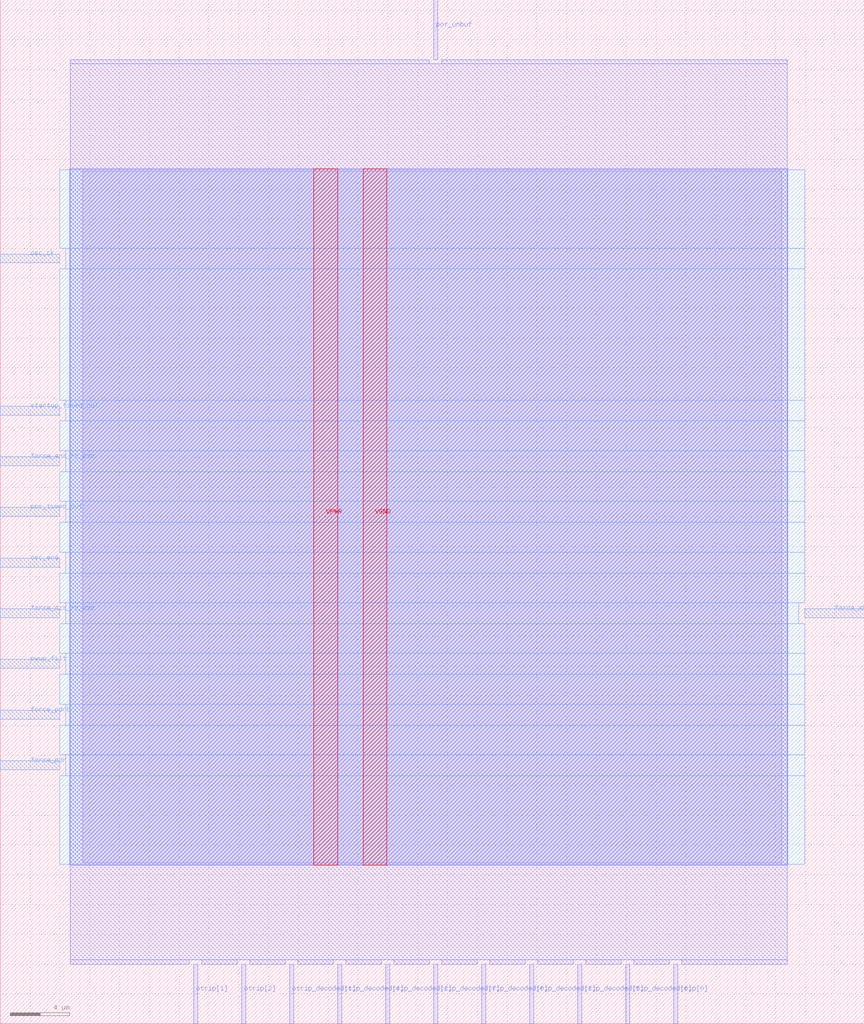
<source format=lef>
VERSION 5.7 ;
  NOWIREEXTENSIONATPIN ON ;
  DIVIDERCHAR "/" ;
  BUSBITCHARS "[]" ;
MACRO por_dig
  CLASS BLOCK ;
  FOREIGN por_dig ;
  ORIGIN 0.000 0.000 ;
  SIZE 57.965 BY 68.685 ;
  PIN VGND
    DIRECTION INOUT ;
    USE GROUND ;
    PORT
      LAYER met4 ;
        RECT 24.340 10.640 25.940 57.360 ;
    END
  END VGND
  PIN VPWR
    DIRECTION INOUT ;
    USE POWER ;
    PORT
      LAYER met4 ;
        RECT 21.040 10.640 22.640 57.360 ;
    END
  END VPWR
  PIN force_dis_rc_osc
    DIRECTION INPUT ;
    USE SIGNAL ;
    ANTENNAGATEAREA 0.196500 ;
    PORT
      LAYER met3 ;
        RECT 0.000 27.240 4.000 27.840 ;
    END
  END force_dis_rc_osc
  PIN force_ena_rc_osc
    DIRECTION INPUT ;
    USE SIGNAL ;
    ANTENNAGATEAREA 0.196500 ;
    PORT
      LAYER met3 ;
        RECT 0.000 37.440 4.000 38.040 ;
    END
  END force_ena_rc_osc
  PIN force_pdn
    DIRECTION INPUT ;
    USE SIGNAL ;
    ANTENNAGATEAREA 0.196500 ;
    PORT
      LAYER met3 ;
        RECT 0.000 17.040 4.000 17.640 ;
    END
  END force_pdn
  PIN force_pdnb
    DIRECTION OUTPUT ;
    USE SIGNAL ;
    ANTENNADIFFAREA 0.445500 ;
    PORT
      LAYER met3 ;
        RECT 0.000 20.440 4.000 21.040 ;
    END
  END force_pdnb
  PIN force_short_oneshot
    DIRECTION INPUT ;
    USE SIGNAL ;
    ANTENNAGATEAREA 0.196500 ;
    PORT
      LAYER met3 ;
        RECT 53.965 27.240 57.965 27.840 ;
    END
  END force_short_oneshot
  PIN osc_ck
    DIRECTION INPUT ;
    USE SIGNAL ;
    ANTENNAGATEAREA 0.852000 ;
    PORT
      LAYER met3 ;
        RECT 0.000 51.040 4.000 51.640 ;
    END
  END osc_ck
  PIN osc_ena
    DIRECTION OUTPUT ;
    USE SIGNAL ;
    ANTENNADIFFAREA 0.445500 ;
    PORT
      LAYER met3 ;
        RECT 0.000 30.640 4.000 31.240 ;
    END
  END osc_ena
  PIN otrip[0]
    DIRECTION INPUT ;
    USE SIGNAL ;
    ANTENNAGATEAREA 0.126000 ;
    PORT
      LAYER met2 ;
        RECT 45.170 0.000 45.450 4.000 ;
    END
  END otrip[0]
  PIN otrip[1]
    DIRECTION INPUT ;
    USE SIGNAL ;
    ANTENNAGATEAREA 0.126000 ;
    PORT
      LAYER met2 ;
        RECT 12.970 0.000 13.250 4.000 ;
    END
  END otrip[1]
  PIN otrip[2]
    DIRECTION INPUT ;
    USE SIGNAL ;
    ANTENNAGATEAREA 0.126000 ;
    PORT
      LAYER met2 ;
        RECT 16.190 0.000 16.470 4.000 ;
    END
  END otrip[2]
  PIN otrip_decoded[0]
    DIRECTION OUTPUT ;
    USE SIGNAL ;
    ANTENNADIFFAREA 0.445500 ;
    PORT
      LAYER met2 ;
        RECT 32.290 0.000 32.570 4.000 ;
    END
  END otrip_decoded[0]
  PIN otrip_decoded[1]
    DIRECTION OUTPUT ;
    USE SIGNAL ;
    ANTENNADIFFAREA 0.445500 ;
    PORT
      LAYER met2 ;
        RECT 19.410 0.000 19.690 4.000 ;
    END
  END otrip_decoded[1]
  PIN otrip_decoded[2]
    DIRECTION OUTPUT ;
    USE SIGNAL ;
    ANTENNADIFFAREA 0.445500 ;
    PORT
      LAYER met2 ;
        RECT 25.850 0.000 26.130 4.000 ;
    END
  END otrip_decoded[2]
  PIN otrip_decoded[3]
    DIRECTION OUTPUT ;
    USE SIGNAL ;
    ANTENNADIFFAREA 0.445500 ;
    PORT
      LAYER met2 ;
        RECT 35.510 0.000 35.790 4.000 ;
    END
  END otrip_decoded[3]
  PIN otrip_decoded[4]
    DIRECTION OUTPUT ;
    USE SIGNAL ;
    ANTENNADIFFAREA 0.445500 ;
    PORT
      LAYER met2 ;
        RECT 22.630 0.000 22.910 4.000 ;
    END
  END otrip_decoded[4]
  PIN otrip_decoded[5]
    DIRECTION OUTPUT ;
    USE SIGNAL ;
    ANTENNADIFFAREA 0.445500 ;
    PORT
      LAYER met2 ;
        RECT 38.730 0.000 39.010 4.000 ;
    END
  END otrip_decoded[5]
  PIN otrip_decoded[6]
    DIRECTION OUTPUT ;
    USE SIGNAL ;
    ANTENNADIFFAREA 0.445500 ;
    PORT
      LAYER met2 ;
        RECT 41.950 0.000 42.230 4.000 ;
    END
  END otrip_decoded[6]
  PIN otrip_decoded[7]
    DIRECTION OUTPUT ;
    USE SIGNAL ;
    ANTENNADIFFAREA 0.445500 ;
    PORT
      LAYER met2 ;
        RECT 29.070 0.000 29.350 4.000 ;
    END
  END otrip_decoded[7]
  PIN por_timed_out
    DIRECTION OUTPUT ;
    USE SIGNAL ;
    ANTENNADIFFAREA 0.445500 ;
    PORT
      LAYER met3 ;
        RECT 0.000 34.040 4.000 34.640 ;
    END
  END por_timed_out
  PIN por_unbuf
    DIRECTION OUTPUT ;
    USE SIGNAL ;
    ANTENNADIFFAREA 0.445500 ;
    PORT
      LAYER met2 ;
        RECT 29.070 64.685 29.350 68.685 ;
    END
  END por_unbuf
  PIN pwup_filt
    DIRECTION INPUT ;
    USE SIGNAL ;
    ANTENNAGATEAREA 0.196500 ;
    PORT
      LAYER met3 ;
        RECT 0.000 23.840 4.000 24.440 ;
    END
  END pwup_filt
  PIN startup_timed_out
    DIRECTION OUTPUT ;
    USE SIGNAL ;
    ANTENNADIFFAREA 0.445500 ;
    PORT
      LAYER met3 ;
        RECT 0.000 40.840 4.000 41.440 ;
    END
  END startup_timed_out
  OBS
      LAYER li1 ;
        RECT 5.520 10.795 52.440 57.205 ;
      LAYER met1 ;
        RECT 4.670 10.640 52.830 57.360 ;
      LAYER met2 ;
        RECT 4.690 64.405 28.790 64.685 ;
        RECT 29.630 64.405 52.810 64.685 ;
        RECT 4.690 4.280 52.810 64.405 ;
        RECT 4.690 4.000 12.690 4.280 ;
        RECT 13.530 4.000 15.910 4.280 ;
        RECT 16.750 4.000 19.130 4.280 ;
        RECT 19.970 4.000 22.350 4.280 ;
        RECT 23.190 4.000 25.570 4.280 ;
        RECT 26.410 4.000 28.790 4.280 ;
        RECT 29.630 4.000 32.010 4.280 ;
        RECT 32.850 4.000 35.230 4.280 ;
        RECT 36.070 4.000 38.450 4.280 ;
        RECT 39.290 4.000 41.670 4.280 ;
        RECT 42.510 4.000 44.890 4.280 ;
        RECT 45.730 4.000 52.810 4.280 ;
      LAYER met3 ;
        RECT 3.990 52.040 53.965 57.285 ;
        RECT 4.400 50.640 53.965 52.040 ;
        RECT 3.990 41.840 53.965 50.640 ;
        RECT 4.400 40.440 53.965 41.840 ;
        RECT 3.990 38.440 53.965 40.440 ;
        RECT 4.400 37.040 53.965 38.440 ;
        RECT 3.990 35.040 53.965 37.040 ;
        RECT 4.400 33.640 53.965 35.040 ;
        RECT 3.990 31.640 53.965 33.640 ;
        RECT 4.400 30.240 53.965 31.640 ;
        RECT 3.990 28.240 53.965 30.240 ;
        RECT 4.400 26.840 53.565 28.240 ;
        RECT 3.990 24.840 53.965 26.840 ;
        RECT 4.400 23.440 53.965 24.840 ;
        RECT 3.990 21.440 53.965 23.440 ;
        RECT 4.400 20.040 53.965 21.440 ;
        RECT 3.990 18.040 53.965 20.040 ;
        RECT 4.400 16.640 53.965 18.040 ;
        RECT 3.990 10.715 53.965 16.640 ;
  END
END por_dig
END LIBRARY


</source>
